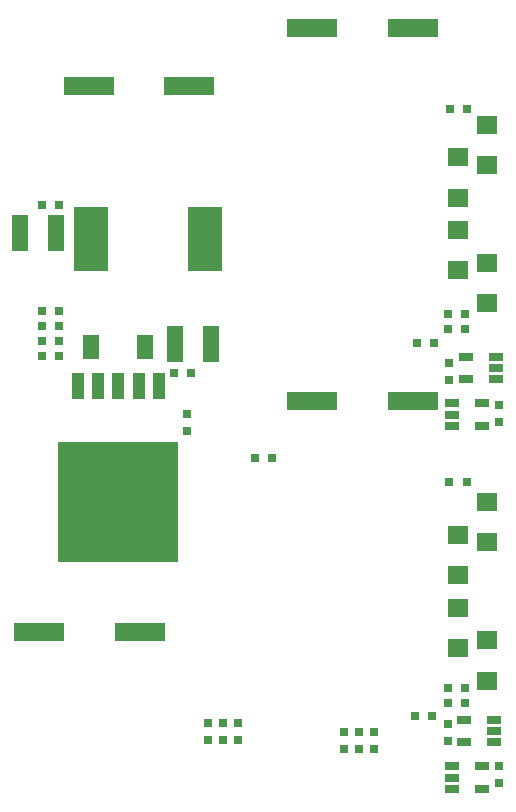
<source format=gtp>
G04*
G04 #@! TF.GenerationSoftware,Altium Limited,Altium Designer,20.0.13 (296)*
G04*
G04 Layer_Color=8421504*
%FSLAX25Y25*%
%MOIN*%
G70*
G01*
G75*
%ADD16R,0.16535X0.05906*%
%ADD17R,0.02953X0.03150*%
%ADD18R,0.07000X0.06400*%
%ADD19R,0.05000X0.02500*%
%ADD20R,0.03150X0.02953*%
%ADD21R,0.11417X0.21260*%
%ADD22R,0.05400X0.12000*%
%ADD23R,0.05500X0.08000*%
%ADD24R,0.04200X0.08500*%
%ADD25R,0.40000X0.40000*%
D16*
X455721Y235500D02*
D03*
X489280D02*
D03*
X472221Y417500D02*
D03*
X505780D02*
D03*
X546721Y312500D02*
D03*
X580279D02*
D03*
X546721Y437000D02*
D03*
X580279D02*
D03*
D17*
X527791Y293500D02*
D03*
X533500D02*
D03*
X592646Y410000D02*
D03*
X598354D02*
D03*
X592146Y341500D02*
D03*
X597854D02*
D03*
X592146Y336500D02*
D03*
X597854D02*
D03*
X587354Y332000D02*
D03*
X581646D02*
D03*
X592500Y285500D02*
D03*
X598209D02*
D03*
X592146Y217000D02*
D03*
X597854D02*
D03*
X592146Y212000D02*
D03*
X597854D02*
D03*
X586854Y207500D02*
D03*
X581146D02*
D03*
X500646Y322000D02*
D03*
X506354D02*
D03*
X462264Y342681D02*
D03*
X456555D02*
D03*
Y337681D02*
D03*
X462264D02*
D03*
X456555Y332681D02*
D03*
X462264D02*
D03*
Y327500D02*
D03*
X456555D02*
D03*
X462354Y378000D02*
D03*
X456646D02*
D03*
D18*
X605000Y404664D02*
D03*
Y391264D02*
D03*
X595500Y393758D02*
D03*
Y380358D02*
D03*
Y369453D02*
D03*
Y356053D02*
D03*
X605000Y358547D02*
D03*
Y345147D02*
D03*
Y278853D02*
D03*
Y265453D02*
D03*
X595500Y267947D02*
D03*
Y254547D02*
D03*
Y243642D02*
D03*
Y230242D02*
D03*
X605000Y232736D02*
D03*
Y219336D02*
D03*
D19*
X608000Y323550D02*
D03*
Y319750D02*
D03*
X598000Y327250D02*
D03*
X608000D02*
D03*
X598000Y319750D02*
D03*
X593500Y307950D02*
D03*
Y311750D02*
D03*
X603500Y304250D02*
D03*
X593500D02*
D03*
X603500Y311750D02*
D03*
X607500Y202550D02*
D03*
Y198750D02*
D03*
X597500Y206250D02*
D03*
X607500D02*
D03*
X597500Y198750D02*
D03*
X593500Y186950D02*
D03*
Y190750D02*
D03*
X603500Y183250D02*
D03*
X593500D02*
D03*
X603500Y190750D02*
D03*
D20*
X592500Y319500D02*
D03*
Y325209D02*
D03*
X609000Y311354D02*
D03*
Y305646D02*
D03*
X592000Y199146D02*
D03*
Y204854D02*
D03*
X609000Y190854D02*
D03*
Y185146D02*
D03*
X567500Y196646D02*
D03*
Y202354D02*
D03*
X562500Y196646D02*
D03*
Y202354D02*
D03*
X557500Y196646D02*
D03*
Y202354D02*
D03*
X522000Y199646D02*
D03*
Y205354D02*
D03*
X517000Y199646D02*
D03*
Y205354D02*
D03*
X512000Y199646D02*
D03*
Y205354D02*
D03*
X505000Y302646D02*
D03*
Y308354D02*
D03*
D21*
X472905Y366500D02*
D03*
X511095D02*
D03*
D22*
X501000Y331500D02*
D03*
X513000D02*
D03*
X461500Y368500D02*
D03*
X449500D02*
D03*
D23*
X473100Y330500D02*
D03*
X490900D02*
D03*
D24*
X495600Y317500D02*
D03*
X488900D02*
D03*
X482200D02*
D03*
X475500D02*
D03*
X468800D02*
D03*
D25*
X482200Y278900D02*
D03*
M02*

</source>
